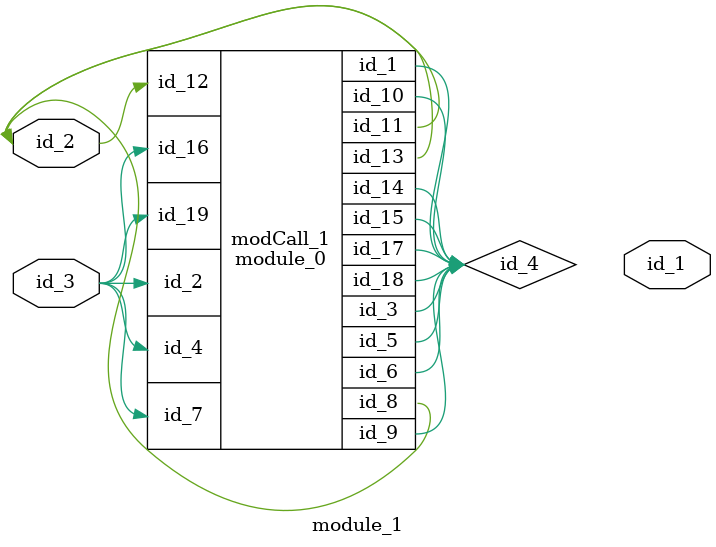
<source format=v>
module module_0 (
    id_1,
    id_2,
    id_3,
    id_4,
    id_5,
    id_6,
    id_7,
    id_8,
    id_9,
    id_10,
    id_11,
    id_12,
    id_13,
    id_14,
    id_15,
    id_16,
    id_17,
    id_18,
    id_19
);
  input wire id_19;
  output wire id_18;
  inout wire id_17;
  input wire id_16;
  output wire id_15;
  output wire id_14;
  inout wire id_13;
  input wire id_12;
  inout wire id_11;
  inout wire id_10;
  inout wire id_9;
  inout wire id_8;
  input wire id_7;
  output wire id_6;
  inout wire id_5;
  input wire id_4;
  output wire id_3;
  input wire id_2;
  inout wire id_1;
  assign id_1  = id_17;
  assign id_1  = id_12;
  assign id_10 = 1'h0;
  wire id_20;
  wire id_21 = id_4;
endmodule
module module_1 (
    id_1,
    id_2,
    id_3
);
  input wire id_3;
  inout wire id_2;
  output wire id_1;
  wire id_4;
  assign id_1[1] = id_4;
  module_0 modCall_1 (
      id_4,
      id_3,
      id_4,
      id_3,
      id_4,
      id_4,
      id_3,
      id_2,
      id_4,
      id_4,
      id_2,
      id_2,
      id_2,
      id_4,
      id_4,
      id_3,
      id_4,
      id_4,
      id_3
  );
endmodule

</source>
